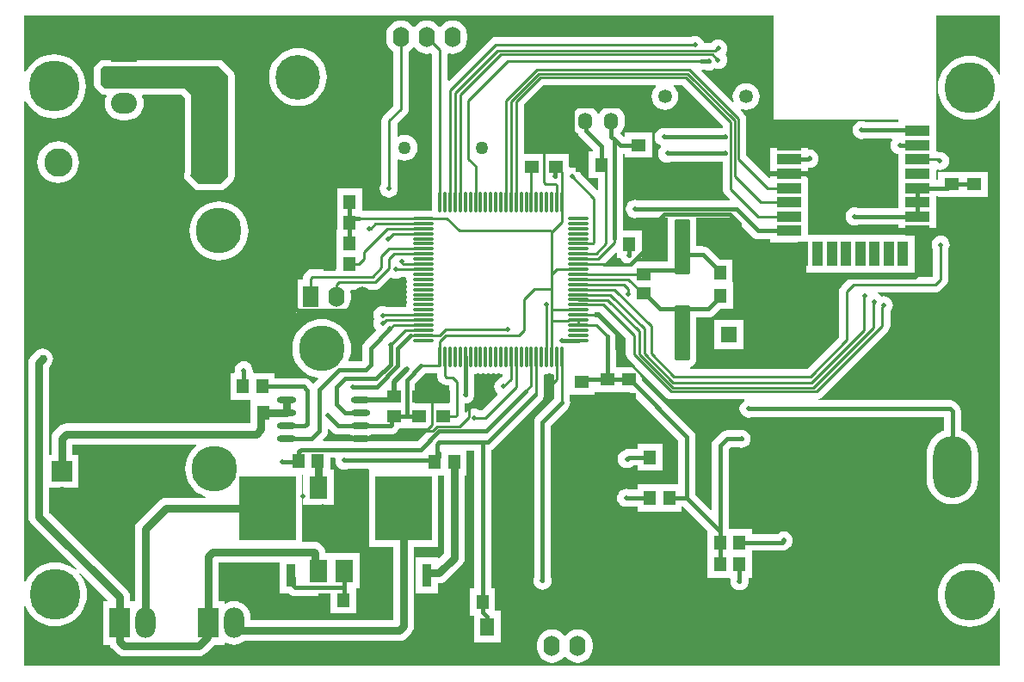
<source format=gbl>
G04*
G04 #@! TF.GenerationSoftware,Altium Limited,Altium Designer,20.2.6 (244)*
G04*
G04 Layer_Physical_Order=2*
G04 Layer_Color=16711680*
%FSTAX24Y24*%
%MOIN*%
G70*
G04*
G04 #@! TF.SameCoordinates,20AB1978-7CCD-4664-BF1E-2587ED644C09*
G04*
G04*
G04 #@! TF.FilePolarity,Positive*
G04*
G01*
G75*
%ADD12C,0.0100*%
%ADD25R,0.0551X0.0472*%
%ADD33R,0.0472X0.0551*%
%ADD81C,0.0150*%
%ADD82C,0.0200*%
%ADD83C,0.0300*%
%ADD84C,0.0531*%
%ADD85O,0.0551X0.0669*%
%ADD86R,0.0630X0.0630*%
%ADD87R,0.0787X0.1181*%
%ADD88O,0.0787X0.1181*%
%ADD89O,0.1500X0.2400*%
%ADD90R,0.1500X0.2400*%
%ADD91O,0.0630X0.0787*%
%ADD92R,0.0630X0.0787*%
%ADD93C,0.0787*%
%ADD94C,0.1102*%
%ADD95R,0.1000X0.0800*%
%ADD96O,0.1000X0.0800*%
%ADD97C,0.1732*%
%ADD98R,0.0787X0.0787*%
%ADD99C,0.0200*%
%ADD100C,0.0300*%
%ADD101C,0.0500*%
%ADD102C,0.1772*%
%ADD103C,0.1969*%
%ADD104O,0.0118X0.0827*%
%ADD105O,0.0827X0.0118*%
%ADD106R,0.0531X0.0709*%
%ADD107O,0.0748X0.0256*%
%ADD108R,0.0394X0.0965*%
%ADD109R,0.0965X0.0394*%
%ADD110R,0.2185X0.2480*%
%ADD111R,0.0354X0.0886*%
%ADD112R,0.0669X0.0866*%
G04:AMPARAMS|DCode=113|XSize=216.5mil|YSize=59.1mil|CornerRadius=7.4mil|HoleSize=0mil|Usage=FLASHONLY|Rotation=90.000|XOffset=0mil|YOffset=0mil|HoleType=Round|Shape=RoundedRectangle|*
%AMROUNDEDRECTD113*
21,1,0.2165,0.0443,0,0,90.0*
21,1,0.2018,0.0591,0,0,90.0*
1,1,0.0148,0.0221,0.1009*
1,1,0.0148,0.0221,-0.1009*
1,1,0.0148,-0.0221,-0.1009*
1,1,0.0148,-0.0221,0.1009*
%
%ADD113ROUNDEDRECTD113*%
G36*
X027877Y021305D02*
Y021216D01*
X027857Y021208D01*
X02564D01*
X0256Y021213D01*
X025509Y021201D01*
X025423Y021166D01*
X02535Y02111D01*
X025294Y021037D01*
X025259Y020951D01*
X025247Y02086D01*
X025259Y020769D01*
X025294Y020683D01*
X02535Y02061D01*
X025423Y020554D01*
X025479Y020531D01*
X025486Y020474D01*
X02548Y02047D01*
X025424Y020397D01*
X025389Y020311D01*
X025377Y02022D01*
X025389Y020129D01*
X025424Y020043D01*
X02548Y01997D01*
X025553Y019914D01*
X025639Y019879D01*
X02573Y019867D01*
X025821Y019879D01*
X025853Y019892D01*
X027857D01*
X027877Y019884D01*
Y01884D01*
X027888Y018762D01*
X027918Y018689D01*
X027966Y018626D01*
X028148Y018444D01*
X028129Y018398D01*
X024593D01*
X024561Y018411D01*
X02447Y018423D01*
X024379Y018411D01*
X024293Y018376D01*
X02422Y01832D01*
X024164Y018247D01*
X024129Y018161D01*
X024117Y01807D01*
X024129Y017979D01*
X024164Y017893D01*
X02422Y01782D01*
X024293Y017764D01*
X024379Y017729D01*
X02447Y017717D01*
X024561Y017729D01*
X024593Y017742D01*
X025732D01*
X025755Y017708D01*
X025758Y017692D01*
X025747Y017613D01*
Y016035D01*
X024967D01*
X024946Y016032D01*
X024571D01*
X024549Y016077D01*
X024563Y016096D01*
X024597Y016176D01*
X024744D01*
Y017227D01*
X024008D01*
Y020212D01*
X024084D01*
Y020054D01*
X025136D01*
Y021026D01*
X024084D01*
Y020871D01*
X024034Y020869D01*
X023927Y020977D01*
X023923Y021037D01*
X023935Y021046D01*
X024019Y021156D01*
X024072Y021284D01*
X02409Y021421D01*
Y021539D01*
X024072Y021676D01*
X024019Y021804D01*
X023935Y021914D01*
X023825Y021998D01*
X023697Y022051D01*
X02356Y022069D01*
X023423Y022051D01*
X023295Y021998D01*
X023185Y021914D01*
X023101Y021804D01*
X023085Y021766D01*
X023035D01*
X023019Y021804D01*
X022935Y021914D01*
X022825Y021998D01*
X022697Y022051D01*
X02256Y022069D01*
X022423Y022051D01*
X022295Y021998D01*
X022185Y021914D01*
X022101Y021804D01*
X022048Y021676D01*
X02203Y021539D01*
Y021421D01*
X022048Y021284D01*
X022101Y021156D01*
X022185Y021046D01*
X022264Y020986D01*
X02229Y020922D01*
X022342Y020854D01*
X022834Y020362D01*
Y020304D01*
X022676D01*
Y019253D01*
X023057D01*
Y018806D01*
X023011Y018787D01*
X022382Y019416D01*
X022381Y019421D01*
X022346Y019507D01*
X02229Y01958D01*
X022217Y019636D01*
X022131Y019671D01*
X02204Y019683D01*
X021974Y019674D01*
X021924Y01971D01*
Y020194D01*
X020873D01*
Y02019D01*
X020173D01*
Y022105D01*
X020926Y022857D01*
X025275D01*
X025292Y02281D01*
X025263Y022788D01*
X02518Y02268D01*
X025128Y022555D01*
X02511Y02242D01*
X025128Y022285D01*
X02518Y02216D01*
X025263Y022052D01*
X02537Y021969D01*
X025496Y021918D01*
X02563Y0219D01*
X025765Y021918D01*
X025891Y021969D01*
X025998Y022052D01*
X026081Y02216D01*
X026133Y022285D01*
X026151Y02242D01*
X026133Y022555D01*
X026081Y02268D01*
X025998Y022788D01*
X025969Y02281D01*
X025985Y022857D01*
X026325D01*
X027877Y021305D01*
D02*
G37*
G36*
X038618Y023282D02*
X038568Y023272D01*
X038543Y023332D01*
X038442Y023498D01*
X038315Y023645D01*
X038168Y023772D01*
X038002Y023873D01*
X037823Y023947D01*
X037634Y023993D01*
X03744Y024008D01*
X037246Y023993D01*
X037057Y023947D01*
X036878Y023873D01*
X036712Y023772D01*
X036565Y023645D01*
X036438Y023498D01*
X036337Y023332D01*
X036263Y023153D01*
X036217Y022964D01*
X036202Y02277D01*
X036217Y022576D01*
X036263Y022387D01*
X036337Y022208D01*
X036438Y022042D01*
X036565Y021895D01*
X036712Y021768D01*
X036878Y021667D01*
X037057Y021593D01*
X037246Y021547D01*
X03744Y021532D01*
X037634Y021547D01*
X037823Y021593D01*
X038002Y021667D01*
X038168Y021768D01*
X038315Y021895D01*
X038442Y022042D01*
X038543Y022208D01*
X038568Y022268D01*
X038618Y022258D01*
Y003622D01*
X038568Y003612D01*
X038543Y003672D01*
X038442Y003838D01*
X038315Y003985D01*
X038168Y004112D01*
X038002Y004213D01*
X037823Y004287D01*
X037634Y004333D01*
X03744Y004348D01*
X037246Y004333D01*
X037057Y004287D01*
X036878Y004213D01*
X036712Y004112D01*
X036565Y003985D01*
X036438Y003838D01*
X036337Y003672D01*
X036263Y003493D01*
X036217Y003304D01*
X036202Y00311D01*
X036217Y002916D01*
X036263Y002727D01*
X036337Y002548D01*
X036438Y002382D01*
X036565Y002235D01*
X036712Y002108D01*
X036878Y002007D01*
X037057Y001933D01*
X037246Y001887D01*
X03744Y001872D01*
X037634Y001887D01*
X037823Y001933D01*
X038002Y002007D01*
X038168Y002108D01*
X038315Y002235D01*
X038442Y002382D01*
X038543Y002548D01*
X038568Y002608D01*
X038618Y002598D01*
Y000364D01*
X000823D01*
Y002651D01*
X000873Y002661D01*
X000907Y002578D01*
X001008Y002412D01*
X001135Y002265D01*
X001282Y002138D01*
X001448Y002037D01*
X001627Y001963D01*
X001816Y001917D01*
X00201Y001902D01*
X002204Y001917D01*
X002393Y001963D01*
X002572Y002037D01*
X002738Y002138D01*
X002885Y002265D01*
X003012Y002412D01*
X003113Y002578D01*
X003187Y002757D01*
X003233Y002946D01*
X003248Y00314D01*
X003233Y003334D01*
X003187Y003523D01*
X003113Y003702D01*
X003012Y003868D01*
X002957Y003932D01*
X002993Y003966D01*
X004053Y002907D01*
X004034Y002861D01*
X003866D01*
Y001179D01*
X004133D01*
X004161Y001114D01*
X004225Y00103D01*
X0044Y000855D01*
X004484Y000791D01*
X004581Y00075D01*
X004686Y000737D01*
X004686Y000737D01*
X00758D01*
X00758Y000737D01*
X007684Y00075D01*
X007782Y000791D01*
X007865Y000855D01*
X00819Y001179D01*
X008584D01*
Y001235D01*
X008627Y001261D01*
X008692Y001226D01*
X008814Y001189D01*
X00894Y001176D01*
X009066Y001189D01*
X009188Y001226D01*
X009299Y001285D01*
X00935Y001327D01*
X015334D01*
X015334Y001327D01*
X015439Y00134D01*
X015536Y001381D01*
X01562Y001445D01*
X015795Y00162D01*
X015859Y001704D01*
X0159Y001801D01*
X015913Y001906D01*
X015913Y001906D01*
Y004975D01*
X016853D01*
Y00774D01*
X017069D01*
Y004709D01*
X016881Y004522D01*
X016835Y004541D01*
Y00456D01*
X01598D01*
Y003174D01*
X016835D01*
Y003557D01*
X01689D01*
X01689Y003557D01*
X016994Y00357D01*
X017092Y003611D01*
X017175Y003675D01*
X017758Y004257D01*
X017758Y004257D01*
X017822Y004341D01*
X017862Y004438D01*
X017876Y004542D01*
Y00774D01*
X017959D01*
Y008702D01*
X018244D01*
Y003362D01*
X018086D01*
Y00231D01*
X018244D01*
Y001276D01*
X019275D01*
Y002484D01*
X019059D01*
Y003362D01*
X0189D01*
Y008728D01*
X018944Y008746D01*
X019012Y008798D01*
X020852Y010638D01*
X020904Y010706D01*
X020937Y010785D01*
X020939Y010802D01*
X02095Y01083D01*
X020961Y010908D01*
X020961Y010908D01*
Y011645D01*
X021011Y011687D01*
X021052Y011682D01*
X021132Y011692D01*
X02115Y0117D01*
X021168Y011692D01*
X021249Y011682D01*
X02129Y011687D01*
X02134Y011645D01*
Y010713D01*
X020658Y010032D01*
X020606Y009964D01*
X020573Y009885D01*
X020568Y009842D01*
X020562Y0098D01*
Y003787D01*
X020549Y003755D01*
X020537Y003664D01*
X020549Y003573D01*
X020584Y003487D01*
X02064Y003414D01*
X020713Y003358D01*
X020799Y003323D01*
X02089Y003311D01*
X020981Y003323D01*
X021067Y003358D01*
X02114Y003414D01*
X021196Y003487D01*
X021231Y003573D01*
X021243Y003664D01*
X021231Y003755D01*
X021218Y003787D01*
Y009664D01*
X021874Y01032D01*
X021926Y010388D01*
X021959Y010467D01*
X02197Y010552D01*
X021959Y010637D01*
X021945Y010671D01*
Y010876D01*
X022927D01*
Y010966D01*
X024293D01*
X026142Y009117D01*
Y0074D01*
X024571D01*
Y007202D01*
X024258D01*
X024226Y007215D01*
X024134Y007227D01*
X024043Y007215D01*
X023958Y00718D01*
X023885Y007124D01*
X023829Y00705D01*
X023793Y006965D01*
X023781Y006874D01*
X023793Y006783D01*
X023829Y006697D01*
X023885Y006624D01*
X023958Y006568D01*
X024043Y006533D01*
X024134Y006521D01*
X024226Y006533D01*
X024258Y006546D01*
X024571D01*
Y006348D01*
X026292D01*
Y006542D01*
X026342Y006544D01*
X027286Y005601D01*
Y004624D01*
X027288D01*
Y00378D01*
X028143D01*
X028161Y003762D01*
X02818Y00373D01*
X028169Y00365D01*
X028181Y003559D01*
X028217Y003473D01*
X028273Y0034D01*
X028346Y003344D01*
X028431Y003309D01*
X028522Y003297D01*
X028614Y003309D01*
X028699Y003344D01*
X028772Y0034D01*
X028828Y003473D01*
X028863Y003559D01*
X028875Y00365D01*
X028865Y00373D01*
X028883Y003762D01*
X028901Y00378D01*
X029009D01*
Y004822D01*
X030165D01*
X030208Y004828D01*
X03025Y004833D01*
X030329Y004866D01*
X030377Y004903D01*
X030417Y004919D01*
X03049Y004975D01*
X030546Y005048D01*
X030581Y005133D01*
X030593Y005225D01*
X030581Y005316D01*
X030546Y005401D01*
X03049Y005474D01*
X030417Y005531D01*
X030331Y005566D01*
X03024Y005578D01*
X030149Y005566D01*
X030063Y005531D01*
X029995Y005478D01*
X029006D01*
Y005676D01*
X0281D01*
Y008766D01*
X028166Y008832D01*
X028477D01*
X028509Y008819D01*
X0286Y008807D01*
X028691Y008819D01*
X028777Y008854D01*
X02885Y00891D01*
X028906Y008983D01*
X028941Y009069D01*
X028953Y00916D01*
X028941Y009251D01*
X028906Y009337D01*
X02885Y00941D01*
X028777Y009466D01*
X028691Y009501D01*
X0286Y009513D01*
X028509Y009501D01*
X028477Y009488D01*
X02803D01*
X027945Y009477D01*
X027866Y009444D01*
X027798Y009392D01*
X02754Y009134D01*
X027488Y009066D01*
X027455Y008987D01*
X02745Y008944D01*
X027444Y008902D01*
Y006435D01*
X027398Y006416D01*
X026798Y007016D01*
Y009128D01*
X026806Y009148D01*
X026817Y009233D01*
X026806Y009318D01*
X026774Y009397D01*
X026721Y009465D01*
X024757Y01143D01*
Y011625D01*
X024803Y011644D01*
X025663Y010783D01*
X025726Y010735D01*
X025799Y010705D01*
X025877Y010695D01*
X028715D01*
X028725Y010645D01*
X028703Y010636D01*
X02863Y01058D01*
X028574Y010507D01*
X028539Y010421D01*
X028527Y01033D01*
X028539Y010239D01*
X028574Y010153D01*
X02863Y01008D01*
X028703Y010024D01*
X028789Y009989D01*
X02888Y009977D01*
X028971Y009989D01*
X029003Y010002D01*
X036442D01*
Y009476D01*
X036385Y009458D01*
X036212Y009365D01*
X036059Y009241D01*
X035935Y009088D01*
X035842Y008915D01*
X035784Y008726D01*
X035765Y00853D01*
Y00763D01*
X035784Y007434D01*
X035842Y007245D01*
X035935Y007072D01*
X036059Y006919D01*
X036212Y006795D01*
X036385Y006702D01*
X036574Y006644D01*
X03677Y006625D01*
X036966Y006644D01*
X037155Y006702D01*
X037328Y006795D01*
X037481Y006919D01*
X037605Y007072D01*
X037698Y007245D01*
X037756Y007434D01*
X037775Y00763D01*
Y00853D01*
X037756Y008726D01*
X037698Y008915D01*
X037605Y009088D01*
X037481Y009241D01*
X037328Y009365D01*
X037155Y009458D01*
X037098Y009476D01*
Y010242D01*
X037092Y010285D01*
X037087Y010327D01*
X037054Y010406D01*
X037002Y010474D01*
X036914Y010562D01*
X036846Y010614D01*
X036767Y010647D01*
X036725Y010652D01*
X036682Y010658D01*
X031599D01*
X031589Y010705D01*
X031662Y010735D01*
X031724Y010783D01*
X034273Y013332D01*
X034273Y013332D01*
X034321Y013395D01*
X034351Y013468D01*
X034362Y013546D01*
Y014093D01*
X034416Y014163D01*
X034451Y014249D01*
X034463Y01434D01*
X034451Y014431D01*
X034416Y014517D01*
X03436Y01459D01*
X034287Y014646D01*
X034201Y014681D01*
X03411Y014693D01*
X03403Y014683D01*
X03401Y01471D01*
X033937Y014766D01*
X033884Y014787D01*
X033894Y014837D01*
X03611D01*
X036188Y014848D01*
X036261Y014878D01*
X036324Y014926D01*
X036534Y015136D01*
X036582Y015199D01*
X036612Y015272D01*
X036623Y01535D01*
Y016499D01*
X036626Y016503D01*
X036661Y016589D01*
X036673Y01668D01*
X036661Y016771D01*
X036626Y016857D01*
X03657Y01693D01*
X036497Y016986D01*
X036411Y017021D01*
X03632Y017033D01*
X036229Y017021D01*
X036143Y016986D01*
X03607Y01693D01*
X036014Y016857D01*
X035979Y016771D01*
X035967Y01668D01*
X035979Y016589D01*
X036014Y016503D01*
X036017Y016499D01*
Y015475D01*
X035985Y015443D01*
X03296D01*
X03296Y015443D01*
X032921Y015437D01*
X032882Y015432D01*
X032809Y015402D01*
X032746Y015354D01*
X032466Y015074D01*
X032418Y015011D01*
X032388Y014938D01*
X032377Y01486D01*
Y013115D01*
X031145Y011883D01*
X026602D01*
X026599Y011933D01*
X026602Y011933D01*
X02668Y011966D01*
X026748Y012017D01*
X0268Y012085D01*
X026832Y012164D01*
X026844Y012248D01*
Y013863D01*
X027309D01*
X027352Y013869D01*
X027394Y013874D01*
X027473Y013907D01*
X027541Y013959D01*
X027766Y014184D01*
X028275D01*
Y015235D01*
X028261D01*
Y016114D01*
X027752D01*
X027344Y016522D01*
X027276Y016574D01*
X027197Y016607D01*
X027155Y016612D01*
X027112Y016618D01*
X026844D01*
Y017613D01*
X026833Y017692D01*
X026836Y017708D01*
X026859Y017742D01*
X028274D01*
X029021Y016996D01*
X029088Y016944D01*
X029168Y016911D01*
X02921Y016905D01*
X029252Y0169D01*
X029711D01*
Y016781D01*
X031097D01*
Y015592D01*
X035298D01*
Y017056D01*
X031176D01*
Y017332D01*
Y017883D01*
Y018434D01*
Y019328D01*
X029711D01*
Y019275D01*
X029665Y019256D01*
X028783Y020138D01*
Y021554D01*
X028783Y021554D01*
X028772Y021633D01*
X028742Y021706D01*
X028694Y021768D01*
X028566Y021896D01*
X028594Y021939D01*
X028645Y021918D01*
X02878Y0219D01*
X028915Y021918D01*
X02904Y021969D01*
X029148Y022052D01*
X02923Y02216D01*
X029282Y022285D01*
X0293Y02242D01*
X029282Y022555D01*
X02923Y02268D01*
X029148Y022788D01*
X02904Y022871D01*
X028915Y022922D01*
X02878Y02294D01*
X028645Y022922D01*
X02852Y022871D01*
X028412Y022788D01*
X02833Y02268D01*
X028278Y022555D01*
X02826Y02242D01*
X028278Y022285D01*
X028299Y022234D01*
X028256Y022206D01*
X027043Y023419D01*
X027071Y023462D01*
X027227D01*
X027259Y023449D01*
X02735Y023437D01*
X027441Y023449D01*
X027527Y023484D01*
X027573Y02352D01*
X027599Y023509D01*
X02769Y023497D01*
X027781Y023509D01*
X027867Y023544D01*
X02794Y0236D01*
X027996Y023673D01*
X028031Y023759D01*
X028043Y02385D01*
X028031Y023941D01*
X027996Y024027D01*
X027967Y024063D01*
X028006Y024113D01*
X028041Y024199D01*
X028053Y02429D01*
X028041Y024381D01*
X028006Y024467D01*
X02795Y02454D01*
X027877Y024596D01*
X027791Y024631D01*
X0277Y024643D01*
X027609Y024631D01*
X027523Y024596D01*
X02745Y02454D01*
X02743Y024513D01*
X027142D01*
X027141Y024521D01*
X027106Y024607D01*
X02705Y02468D01*
X026977Y024736D01*
X026891Y024771D01*
X0268Y024783D01*
X026709Y024771D01*
X026623Y024736D01*
X026619Y024733D01*
X019083D01*
X019005Y024722D01*
X018932Y024692D01*
X018869Y024644D01*
X017267Y023041D01*
X01722Y02306D01*
Y024073D01*
X017244Y024089D01*
X01727Y0241D01*
X01741Y024081D01*
X017557Y024101D01*
X017695Y024158D01*
X017813Y024248D01*
X017903Y024366D01*
X01796Y024504D01*
X01798Y024651D01*
Y024809D01*
X01796Y024956D01*
X017903Y025094D01*
X017813Y025212D01*
X017695Y025302D01*
X017557Y025359D01*
X01741Y025379D01*
X017263Y025359D01*
X017125Y025302D01*
X017007Y025212D01*
X016942Y025126D01*
X016878D01*
X016813Y025212D01*
X016695Y025302D01*
X016557Y025359D01*
X01641Y025379D01*
X016263Y025359D01*
X016125Y025302D01*
X016007Y025212D01*
X015942Y025126D01*
X015878D01*
X015813Y025212D01*
X015695Y025302D01*
X015557Y025359D01*
X01541Y025379D01*
X015263Y025359D01*
X015125Y025302D01*
X015007Y025212D01*
X014917Y025094D01*
X01486Y024956D01*
X01484Y024809D01*
Y024651D01*
X01486Y024504D01*
X014917Y024366D01*
X015007Y024248D01*
X015107Y024171D01*
Y022069D01*
X014746Y021707D01*
X014698Y021645D01*
X014668Y021572D01*
X014657Y021493D01*
Y019067D01*
X014634Y019037D01*
X014599Y018951D01*
X014587Y01886D01*
X014599Y018769D01*
X014634Y018683D01*
X01469Y01861D01*
X014763Y018554D01*
X014849Y018519D01*
X01494Y018507D01*
X015031Y018519D01*
X015117Y018554D01*
X01519Y01861D01*
X015246Y018683D01*
X015281Y018769D01*
X015293Y01886D01*
X015281Y018951D01*
X015263Y018996D01*
Y019978D01*
X015313Y019999D01*
X015424Y019953D01*
X015555Y019936D01*
X015686Y019953D01*
X015807Y020003D01*
X015912Y020083D01*
X015992Y020188D01*
X016042Y020309D01*
X016059Y02044D01*
X016042Y020571D01*
X015992Y020692D01*
X015912Y020797D01*
X015807Y020877D01*
X015686Y020927D01*
X015555Y020944D01*
X015424Y020927D01*
X015313Y020881D01*
X015263Y020902D01*
Y021368D01*
X015624Y021729D01*
X015672Y021792D01*
X015702Y021865D01*
X015713Y021943D01*
Y024171D01*
X015813Y024248D01*
X015878Y024334D01*
X015942D01*
X016007Y024248D01*
X016125Y024158D01*
X016263Y024101D01*
X01641Y024081D01*
X016557Y024101D01*
X016569Y024106D01*
X016615Y024071D01*
Y018756D01*
X016606Y018686D01*
Y018014D01*
X015934D01*
X015864Y018005D01*
X013911D01*
X013908Y018006D01*
Y018864D01*
X012936D01*
Y017813D01*
Y017254D01*
X012926D01*
Y016456D01*
X012912D01*
Y015733D01*
X01197D01*
X011892Y015722D01*
X011819Y015692D01*
X011756Y015644D01*
X011686Y015574D01*
X011638Y015511D01*
X011608Y015438D01*
X011597Y01536D01*
Y015324D01*
X011335D01*
Y014036D01*
X012465D01*
Y014162D01*
X012515Y014185D01*
X012615Y014108D01*
X012753Y014051D01*
X0129Y014031D01*
X013047Y014051D01*
X013185Y014108D01*
X013303Y014198D01*
X013393Y014316D01*
X01345Y014454D01*
X01347Y014601D01*
Y014759D01*
X013454Y014877D01*
X013492Y014927D01*
X01441D01*
X014488Y014938D01*
X014561Y014968D01*
X014624Y015016D01*
X015027Y015419D01*
X015033Y015414D01*
X015119Y015379D01*
X01521Y015367D01*
X015301Y015379D01*
X015387Y015414D01*
X015415Y015436D01*
X015456Y015431D01*
X015456Y015431D01*
X015585D01*
X015627Y015381D01*
X015622Y01534D01*
X015632Y015259D01*
X01564Y015242D01*
X015632Y015224D01*
X015622Y015143D01*
X015632Y015062D01*
X01564Y015045D01*
X015632Y015027D01*
X015622Y014946D01*
X015632Y014866D01*
X01564Y014848D01*
X015632Y01483D01*
X015622Y014749D01*
X015632Y014669D01*
X01564Y014651D01*
X015632Y014633D01*
X015622Y014553D01*
X015632Y014472D01*
X01564Y014454D01*
X015632Y014436D01*
X015622Y014356D01*
X015627Y014315D01*
X015585Y014265D01*
X014855D01*
X014791Y014291D01*
X0147Y014303D01*
X014609Y014291D01*
X014523Y014256D01*
X01445Y0142D01*
X014394Y014127D01*
X014359Y014041D01*
X014347Y01395D01*
X014359Y013859D01*
X014387Y01379D01*
X014359Y013721D01*
X014347Y01363D01*
X014359Y013539D01*
X014394Y013453D01*
X01445Y01338D01*
X014452Y013356D01*
X013998Y012902D01*
X013946Y012834D01*
X013913Y012755D01*
X013908Y012712D01*
X013902Y01267D01*
Y012158D01*
X013406D01*
X013379Y012199D01*
X013424Y012308D01*
X013465Y012482D01*
X013479Y01266D01*
X013465Y012838D01*
X013424Y013012D01*
X013355Y013177D01*
X013262Y01333D01*
X013146Y013466D01*
X01301Y013582D01*
X012857Y013675D01*
X012692Y013744D01*
X012518Y013785D01*
X01234Y013799D01*
X012162Y013785D01*
X011988Y013744D01*
X011823Y013675D01*
X01167Y013582D01*
X011534Y013466D01*
X011418Y01333D01*
X011325Y013177D01*
X011256Y013012D01*
X011215Y012838D01*
X011201Y01266D01*
X011215Y012482D01*
X011256Y012308D01*
X011325Y012143D01*
X011418Y01199D01*
X011534Y011854D01*
X01167Y011738D01*
X011823Y011645D01*
X011988Y011576D01*
X012162Y011535D01*
X012185Y011533D01*
X012202Y011486D01*
X012018Y011302D01*
X011993Y0113D01*
X011876Y011418D01*
X011808Y01147D01*
X011729Y011503D01*
X011686Y011508D01*
X011644Y011514D01*
X010518D01*
Y011712D01*
X00971D01*
X009667Y011762D01*
X009673Y01181D01*
X009661Y011901D01*
X009626Y011987D01*
X00957Y01206D01*
X009497Y012116D01*
X009411Y012151D01*
X00932Y012163D01*
X009229Y012151D01*
X009143Y012116D01*
X00907Y01206D01*
X009014Y011987D01*
X008979Y011901D01*
X008967Y01181D01*
X008973Y011762D01*
X00893Y011712D01*
X008798D01*
Y01066D01*
X009576D01*
Y010119D01*
X009573Y010092D01*
X009573Y010092D01*
Y009753D01*
X002446D01*
X002341Y00974D01*
X002244Y009699D01*
X00216Y009635D01*
X00216Y009635D01*
X001985Y00946D01*
X001921Y009376D01*
X00188Y009279D01*
X001867Y009174D01*
X001867Y009174D01*
Y008544D01*
X001783D01*
Y011943D01*
X001816Y011975D01*
X001816Y011975D01*
X00188Y012059D01*
X00192Y012156D01*
X001934Y01226D01*
X00192Y012365D01*
X00188Y012462D01*
X001816Y012546D01*
X001732Y01261D01*
X001635Y01265D01*
X00153Y012664D01*
X001426Y01265D01*
X001329Y01261D01*
X001245Y012546D01*
X001245Y012546D01*
X001095Y012395D01*
X001031Y012312D01*
X00099Y012214D01*
X000977Y01211D01*
X000977Y01211D01*
Y00615D01*
X000977Y00615D01*
X00099Y006046D01*
X001031Y005948D01*
X001095Y005865D01*
X002836Y004123D01*
X002802Y004087D01*
X002738Y004142D01*
X002572Y004243D01*
X002393Y004317D01*
X002204Y004363D01*
X00201Y004378D01*
X001816Y004363D01*
X001627Y004317D01*
X001448Y004243D01*
X001282Y004142D01*
X001135Y004015D01*
X001008Y003868D01*
X000907Y003702D01*
X000873Y003619D01*
X000823Y003629D01*
Y022242D01*
X000873Y022249D01*
X000968Y022092D01*
X001095Y021945D01*
X001242Y021818D01*
X001408Y021717D01*
X001587Y021643D01*
X001776Y021597D01*
X00197Y021582D01*
X002164Y021597D01*
X002353Y021643D01*
X002532Y021717D01*
X002698Y021818D01*
X002845Y021945D01*
X002972Y022092D01*
X003073Y022258D01*
X003147Y022437D01*
X003193Y022626D01*
X003208Y02282D01*
X003193Y023014D01*
X003147Y023203D01*
X003073Y023382D01*
X002972Y023548D01*
X002845Y023695D01*
X002698Y023822D01*
X002532Y023923D01*
X002353Y023997D01*
X002164Y024043D01*
X00197Y024058D01*
X001776Y024043D01*
X001587Y023997D01*
X001408Y023923D01*
X001242Y023822D01*
X001095Y023695D01*
X000968Y023548D01*
X000873Y023391D01*
X000823Y023398D01*
Y02556D01*
X02985D01*
Y021533D01*
X034668D01*
Y021448D01*
X033396D01*
X033341Y021471D01*
X03325Y021483D01*
X033159Y021471D01*
X033073Y021436D01*
X033Y02138D01*
X032944Y021307D01*
X032909Y021221D01*
X032897Y02113D01*
X032909Y021039D01*
X032944Y020953D01*
X033Y02088D01*
X033073Y020824D01*
X033159Y020789D01*
X03325Y020777D01*
X033341Y020789D01*
X03335Y020793D01*
X034427D01*
X034452Y020743D01*
X034424Y020707D01*
X034389Y020621D01*
X034377Y02053D01*
X034389Y020439D01*
X034424Y020353D01*
X03448Y02028D01*
X034553Y020224D01*
X034639Y020189D01*
X034668Y020185D01*
Y019537D01*
Y018986D01*
Y018434D01*
Y018107D01*
X033113D01*
X033081Y01812D01*
X03299Y018132D01*
X032899Y01812D01*
X032813Y018085D01*
X03274Y018028D01*
X032684Y017955D01*
X032649Y01787D01*
X032637Y017779D01*
X032649Y017687D01*
X032684Y017602D01*
X03274Y017529D01*
X032813Y017473D01*
X032899Y017438D01*
X03299Y017426D01*
X033081Y017438D01*
X033113Y017451D01*
X034668D01*
Y017332D01*
X036132D01*
Y017883D01*
Y018434D01*
Y018553D01*
X036206D01*
Y018536D01*
X038137D01*
Y019509D01*
X036206D01*
Y019209D01*
X036132D01*
Y019571D01*
X036174Y019599D01*
X036199Y019589D01*
X03629Y019577D01*
X036381Y019589D01*
X036467Y019624D01*
X03654Y01968D01*
X036596Y019753D01*
X036631Y019839D01*
X036643Y01993D01*
X036631Y020021D01*
X036596Y020107D01*
X03654Y02018D01*
X036467Y020236D01*
X036381Y020271D01*
X03629Y020283D01*
X036259Y020279D01*
X036204Y020286D01*
X036132D01*
Y020639D01*
Y021533D01*
Y02556D01*
X038618D01*
Y023282D01*
D02*
G37*
G36*
X023772Y016358D02*
Y016176D01*
X023919D01*
X023952Y016096D01*
X024008Y016023D01*
X024081Y015967D01*
X024166Y015931D01*
X024258Y015919D01*
X02428Y015899D01*
Y015839D01*
X023247D01*
X02323Y015889D01*
X023261Y015913D01*
X023725Y016377D01*
X023772Y016358D01*
D02*
G37*
G36*
X024127Y01303D02*
Y012445D01*
X024138Y012366D01*
X024168Y012293D01*
X024216Y012231D01*
X024462Y011985D01*
X024443Y011939D01*
X023728D01*
Y01315D01*
X023717Y013235D01*
X023684Y013314D01*
X023632Y013382D01*
X023564Y013434D01*
X02353Y013448D01*
X023196Y013782D01*
X023133Y01383D01*
X02306Y013861D01*
X022982Y013871D01*
X022917D01*
X022896Y013921D01*
X022865Y013962D01*
X022896Y014003D01*
X022917Y014053D01*
X023105D01*
X024127Y01303D01*
D02*
G37*
G36*
X019002Y011692D02*
X019083Y011682D01*
X019164Y011692D01*
X019182Y0117D01*
X019199Y011692D01*
X01928Y011682D01*
X019318Y011687D01*
X019358Y011652D01*
X019359Y011597D01*
X019294Y011532D01*
X019289Y011531D01*
X019203Y011496D01*
X01913Y01144D01*
X019074Y011367D01*
X019039Y011281D01*
X019027Y01119D01*
X019039Y011099D01*
X019074Y011013D01*
X01913Y01094D01*
X019141Y010932D01*
X019144Y010882D01*
X018545Y010283D01*
X018411D01*
X018407Y010286D01*
X018321Y010321D01*
X01823Y010333D01*
X018139Y010321D01*
X018053Y010286D01*
X01798Y01023D01*
X017943Y01018D01*
X017893Y010197D01*
Y01052D01*
X0179Y010527D01*
X017991Y010539D01*
X018077Y010574D01*
X01815Y01063D01*
X018206Y010703D01*
X018241Y010789D01*
X018253Y01088D01*
X018241Y010971D01*
X018229Y011001D01*
Y011653D01*
X018266Y011686D01*
X018296Y011682D01*
X018376Y011692D01*
X018394Y0117D01*
X018412Y011692D01*
X018493Y011682D01*
X018573Y011692D01*
X018591Y0117D01*
X018609Y011692D01*
X018689Y011682D01*
X01877Y011692D01*
X018788Y0117D01*
X018806Y011692D01*
X018886Y011682D01*
X018967Y011692D01*
X018985Y0117D01*
X019002Y011692D01*
D02*
G37*
G36*
X016812Y011597D02*
X016822Y011519D01*
X016844Y011467D01*
X016853Y011446D01*
X016901Y011383D01*
X016948Y011336D01*
X01701Y011288D01*
X017032Y011279D01*
X017083Y011258D01*
X017162Y011247D01*
X017275D01*
X017287Y011235D01*
Y010526D01*
X016644D01*
Y01053D01*
X015958D01*
Y011304D01*
X016341Y011687D01*
X016812D01*
Y011597D01*
D02*
G37*
G36*
X012758Y009428D02*
X012826Y009376D01*
X012905Y009343D01*
X01299Y009332D01*
X013417D01*
X01342Y00933D01*
X013512Y009292D01*
X013611Y009279D01*
X014103D01*
X014202Y009292D01*
X014294Y00933D01*
X014297Y009332D01*
X01501D01*
X015052Y009338D01*
X015095Y009343D01*
X015174Y009376D01*
X015242Y009428D01*
X015272Y009458D01*
X015324Y009526D01*
X015336Y009555D01*
X015676D01*
Y009557D01*
X016443D01*
X016464Y009507D01*
X016034Y009078D01*
X012397D01*
X012378Y009124D01*
X012482Y009228D01*
X012534Y009296D01*
X012567Y009375D01*
X012572Y009418D01*
X012578Y00946D01*
Y009543D01*
X012624Y009562D01*
X012758Y009428D01*
D02*
G37*
G36*
X012874Y008372D02*
X012867Y00832D01*
X012879Y008229D01*
X012914Y008143D01*
X01297Y00807D01*
X013043Y008014D01*
X013129Y007979D01*
X01322Y007967D01*
X013311Y007979D01*
X013343Y007992D01*
X014135D01*
X014167Y007956D01*
Y004975D01*
X015107D01*
Y002133D01*
X009587D01*
Y002217D01*
X009574Y002343D01*
X009538Y002464D01*
X009478Y002576D01*
X009397Y002674D01*
X009299Y002755D01*
X009188Y002814D01*
X009066Y002851D01*
X00894Y002864D01*
X008814Y002851D01*
X008692Y002814D01*
X008627Y002779D01*
X008584Y002805D01*
Y002861D01*
X008343D01*
Y004377D01*
X0107D01*
Y003174D01*
X01107D01*
X011086Y003158D01*
X011154Y003106D01*
X011233Y003073D01*
X011275Y003068D01*
X011318Y003062D01*
X012692D01*
Y002384D01*
X013664D01*
Y003357D01*
X013795D01*
Y004723D01*
X012542D01*
X012494Y004724D01*
X01248Y004829D01*
X012439Y004926D01*
X012375Y005009D01*
X012375Y005009D01*
X01232Y005065D01*
X012236Y005129D01*
X012139Y00517D01*
X012034Y005183D01*
X012034Y005183D01*
X011573D01*
Y00778D01*
X011625D01*
Y006585D01*
X012795D01*
Y007951D01*
X012679D01*
Y008422D01*
X012832D01*
X012874Y008372D01*
D02*
G37*
G36*
X007491Y008897D02*
X007384Y008806D01*
X007268Y00867D01*
X007175Y008517D01*
X007106Y008352D01*
X007065Y008178D01*
X007051Y008D01*
X007065Y007822D01*
X007106Y007648D01*
X007175Y007483D01*
X007268Y00733D01*
X007384Y007194D01*
X00752Y007078D01*
X007673Y006985D01*
X007838Y006916D01*
X007825Y006869D01*
X006316D01*
X006211Y006855D01*
X006114Y006815D01*
X00603Y006751D01*
X00603Y006751D01*
X005225Y005945D01*
X005161Y005862D01*
X00512Y005764D01*
X005107Y00566D01*
X005107Y00566D01*
Y002861D01*
X004913D01*
Y00302D01*
X0049Y003124D01*
X004859Y003222D01*
X004795Y003305D01*
X004795Y003305D01*
X001783Y006317D01*
Y007256D01*
X002914D01*
Y008544D01*
X002673D01*
Y008947D01*
X007472D01*
X007491Y008897D01*
D02*
G37*
%LPC*%
G36*
X01142Y0243D02*
X011245Y024286D01*
X011074Y024245D01*
X010912Y024178D01*
X010762Y024086D01*
X010628Y023972D01*
X010514Y023838D01*
X010422Y023688D01*
X010355Y023526D01*
X010314Y023355D01*
X0103Y02318D01*
X010314Y023005D01*
X010355Y022834D01*
X010422Y022672D01*
X010514Y022522D01*
X010628Y022388D01*
X010762Y022274D01*
X010912Y022182D01*
X011074Y022115D01*
X011245Y022074D01*
X01142Y02206D01*
X011595Y022074D01*
X011766Y022115D01*
X011928Y022182D01*
X012078Y022274D01*
X012212Y022388D01*
X012326Y022522D01*
X012418Y022672D01*
X012485Y022834D01*
X012526Y023005D01*
X01254Y02318D01*
X012526Y023355D01*
X012485Y023526D01*
X012418Y023688D01*
X012326Y023838D01*
X012212Y023972D01*
X012078Y024086D01*
X011928Y024178D01*
X011766Y024245D01*
X011595Y024286D01*
X01142Y0243D01*
D02*
G37*
G36*
X031176Y02043D02*
X029711D01*
Y019537D01*
X031176D01*
Y019656D01*
X03119D01*
X031232Y019661D01*
X031275Y019667D01*
X031291Y019674D01*
X031331Y019679D01*
X031417Y019714D01*
X03149Y01977D01*
X031546Y019843D01*
X031581Y019929D01*
X031593Y02002D01*
X031581Y020111D01*
X031546Y020197D01*
X03149Y02027D01*
X031417Y020326D01*
X031331Y020361D01*
X03124Y020373D01*
X031213Y020369D01*
X031176Y020402D01*
Y02043D01*
D02*
G37*
G36*
X00213Y020685D02*
X001973Y02067D01*
X001822Y020624D01*
X001683Y020549D01*
X001561Y020449D01*
X001461Y020327D01*
X001386Y020188D01*
X00134Y020037D01*
X001325Y01988D01*
X00134Y019723D01*
X001386Y019572D01*
X001461Y019433D01*
X001561Y019311D01*
X001683Y019211D01*
X001822Y019136D01*
X001973Y01909D01*
X00213Y019075D01*
X002287Y01909D01*
X002438Y019136D01*
X002577Y019211D01*
X002699Y019311D01*
X002799Y019433D01*
X002874Y019572D01*
X00292Y019723D01*
X002935Y01988D01*
X00292Y020037D01*
X002874Y020188D01*
X002799Y020327D01*
X002699Y020449D01*
X002577Y020549D01*
X002438Y020624D01*
X002287Y02067D01*
X00213Y020685D01*
D02*
G37*
G36*
X00835Y023845D02*
X00388D01*
X003782Y023826D01*
X0037Y02377D01*
X0036Y02367D01*
X003544Y023588D01*
X003525Y02349D01*
Y0229D01*
X003544Y022802D01*
X0036Y02272D01*
X00376Y02256D01*
X003842Y022504D01*
X00394Y022485D01*
X003978D01*
X004004Y022442D01*
X003987Y02241D01*
X003949Y022287D01*
X003937Y02216D01*
X003949Y022033D01*
X003987Y02191D01*
X004047Y021797D01*
X004128Y021698D01*
X004227Y021617D01*
X00434Y021557D01*
X004463Y021519D01*
X00459Y021507D01*
X00479D01*
X004917Y021519D01*
X00504Y021557D01*
X005153Y021617D01*
X005252Y021698D01*
X005333Y021797D01*
X005393Y02191D01*
X005431Y022033D01*
X005443Y02216D01*
X005431Y022287D01*
X005393Y02241D01*
X005376Y022442D01*
X005402Y022485D01*
X006914D01*
X007035Y022364D01*
Y019508D01*
X007015Y019478D01*
X006995Y01938D01*
X007015Y019282D01*
X00707Y0192D01*
X00741Y01886D01*
X007492Y018805D01*
X00759Y018785D01*
X00842D01*
X008518Y018805D01*
X0086Y01886D01*
X0089Y01916D01*
X008955Y019242D01*
X008975Y01934D01*
Y02322D01*
X008955Y023318D01*
X0089Y0234D01*
X00853Y02377D01*
X008448Y023826D01*
X00835Y023845D01*
D02*
G37*
G36*
X00836Y018359D02*
X008182Y018345D01*
X008008Y018304D01*
X007843Y018235D01*
X00769Y018142D01*
X007554Y018026D01*
X007438Y01789D01*
X007345Y017737D01*
X007276Y017572D01*
X007235Y017398D01*
X007221Y01722D01*
X007235Y017042D01*
X007276Y016868D01*
X007345Y016703D01*
X007438Y01655D01*
X007554Y016414D01*
X00769Y016298D01*
X007843Y016205D01*
X008008Y016136D01*
X008182Y016095D01*
X00836Y016081D01*
X008538Y016095D01*
X008712Y016136D01*
X008877Y016205D01*
X00903Y016298D01*
X009166Y016414D01*
X009282Y01655D01*
X009375Y016703D01*
X009444Y016868D01*
X009485Y017042D01*
X009499Y01722D01*
X009485Y017398D01*
X009444Y017572D01*
X009375Y017737D01*
X009282Y01789D01*
X009166Y018026D01*
X00903Y018142D01*
X008877Y018235D01*
X008712Y018304D01*
X008538Y018345D01*
X00836Y018359D01*
D02*
G37*
G36*
X028665Y013755D02*
X027535D01*
Y012625D01*
X028665D01*
Y013755D01*
D02*
G37*
G36*
X025546Y008976D02*
X024574D01*
Y008778D01*
X024241D01*
X024156Y008767D01*
X024077Y008734D01*
X024029Y008696D01*
X023989Y00868D01*
X023916Y008624D01*
X02386Y008551D01*
X023825Y008466D01*
X023813Y008374D01*
X023825Y008283D01*
X02386Y008198D01*
X023916Y008125D01*
X023989Y008069D01*
X024074Y008033D01*
X024166Y008021D01*
X024257Y008033D01*
X024342Y008069D01*
X024412Y008122D01*
X024574D01*
Y007924D01*
X025546D01*
Y008976D01*
D02*
G37*
G36*
X02226Y001779D02*
X022113Y001759D01*
X021975Y001702D01*
X021857Y001612D01*
X021792Y001526D01*
X021728D01*
X021663Y001612D01*
X021545Y001702D01*
X021407Y001759D01*
X02126Y001779D01*
X021113Y001759D01*
X020975Y001702D01*
X020857Y001612D01*
X020767Y001494D01*
X02071Y001356D01*
X02069Y001209D01*
Y001051D01*
X02071Y000904D01*
X020767Y000766D01*
X020857Y000648D01*
X020975Y000558D01*
X021113Y000501D01*
X02126Y000481D01*
X021407Y000501D01*
X021545Y000558D01*
X021663Y000648D01*
X021728Y000734D01*
X021792D01*
X021857Y000648D01*
X021975Y000558D01*
X022113Y000501D01*
X02226Y000481D01*
X022407Y000501D01*
X022545Y000558D01*
X022663Y000648D01*
X022753Y000766D01*
X02281Y000904D01*
X02283Y001051D01*
Y001209D01*
X02281Y001356D01*
X022753Y001494D01*
X022663Y001612D01*
X022545Y001702D01*
X022407Y001759D01*
X02226Y001779D01*
D02*
G37*
%LPD*%
G36*
X00872Y02322D02*
Y01934D01*
X00842Y01904D01*
X00759D01*
X00725Y01938D01*
X00729Y01942D01*
Y02247D01*
X007Y02276D01*
X00698Y02274D01*
X00394D01*
X00378Y0229D01*
Y02349D01*
X00388Y02359D01*
X00835D01*
X00872Y02322D01*
D02*
G37*
D12*
X022272Y015931D02*
X024321D01*
X0236Y01599D02*
X023627D01*
X023677Y01604D01*
X02368D01*
X02369Y01605D02*
X02372D01*
X02368Y01604D02*
X02369Y01605D01*
X02373Y01264D02*
X02486Y01151D01*
Y01148D02*
Y01151D01*
Y01148D02*
X02543Y01091D01*
X02373Y01264D02*
Y01324D01*
X016391Y00946D02*
X016633D01*
X01662Y010791D02*
X017027D01*
X016119D02*
X01662D01*
Y01094D01*
Y009689D02*
Y010791D01*
X016391Y00946D02*
X01662Y009689D01*
X017665Y009645D02*
X01803Y01001D01*
Y01033D01*
X01843Y01073D01*
X016633Y00946D02*
X016818Y009645D01*
X017665D01*
X02125Y014159D02*
X022272D01*
X021249Y01416D02*
X02125Y014159D01*
X016288Y017702D02*
X017188D01*
X013792D02*
X016288D01*
X021249Y013738D02*
X021254Y013744D01*
X021913Y013765D02*
X022272D01*
X021249Y013738D02*
Y01416D01*
Y012348D02*
Y013738D01*
X021892Y013744D02*
X021913Y013765D01*
X021254Y013744D02*
X021892D01*
X021249Y01416D02*
Y01498D01*
X022272Y013962D02*
X023008D01*
X02373Y01324D01*
X02116Y0112D02*
X02117D01*
X021445Y011475D01*
Y012348D01*
X01423Y01731D02*
X014425Y017505D01*
X01417Y01731D02*
X01423D01*
X014425Y017505D02*
X016288D01*
X01398Y01612D02*
Y01641D01*
X014878Y017308D02*
X016288D01*
X01398Y01641D02*
X014878Y017308D01*
X015102Y017112D02*
X016288D01*
X0149Y01691D02*
X015102Y017112D01*
X020999Y01905D02*
X021387D01*
X02094Y019109D02*
X020999Y01905D01*
X02094Y019109D02*
Y020442D01*
X02095Y020452D01*
X021445Y018332D02*
Y018991D01*
X021387Y01905D02*
X021445Y018991D01*
X02934Y01833D02*
X030443D01*
X02833Y01934D02*
Y021492D01*
Y01934D02*
X02934Y01833D01*
X021249Y01498D02*
Y015548D01*
X02017Y01456D02*
X02059Y01498D01*
X021249D01*
X02017Y01336D02*
Y01456D01*
X017145Y013165D02*
X019975D01*
X02017Y01336D01*
X016918Y012938D02*
X017145Y013165D01*
X016918Y012348D02*
Y012938D01*
X016905Y013175D02*
X017138Y013407D01*
X019553D01*
X015791Y013175D02*
X016905D01*
X022272Y015537D02*
X024797D01*
X024224Y01534D02*
X024767Y014798D01*
X022272Y01534D02*
X024224D01*
X024797Y015537D02*
X024806Y015546D01*
X01767Y01722D02*
X021207D01*
X021249Y017178D01*
X017188Y017702D02*
X01767Y01722D01*
X021249Y015548D02*
Y017178D01*
X021642Y017572D02*
Y018332D01*
X021249Y017178D02*
X021642Y017572D01*
X021434Y015734D02*
X022272D01*
X021249Y015548D02*
X021434Y015734D01*
X023521Y014749D02*
X02483Y01344D01*
X022272Y014749D02*
X023521D01*
X02341Y01455D02*
X02464Y01332D01*
X022272Y014553D02*
X022275Y01455D01*
X02341D01*
X022272Y014356D02*
X02323D01*
X02443Y013156D01*
Y012445D02*
X025877Y010997D01*
X02443Y012445D02*
Y013156D01*
X02464Y012447D02*
X025939Y011147D01*
X02464Y012447D02*
Y01332D01*
X02483Y012469D02*
X025955Y011344D01*
X02483Y012469D02*
Y01344D01*
X023684Y014946D02*
X0251Y01353D01*
Y012471D02*
X025991Y01158D01*
X0251Y012471D02*
Y01353D01*
X022272Y014946D02*
X023684D01*
X02103Y01237D02*
Y01436D01*
Y01237D02*
X021052Y012348D01*
X01967Y01148D02*
Y012344D01*
X01938Y01119D02*
X01967Y01148D01*
Y012344D02*
X019674Y012348D01*
X01559Y01337D02*
X016286D01*
X01501Y01279D02*
X01559Y01337D01*
X01823Y00998D02*
X01867D01*
X019871Y011181D02*
Y012348D01*
X01867Y00998D02*
X019871Y011181D01*
X02421Y01478D02*
Y01497D01*
X0129Y01513D02*
X013Y01523D01*
X01441D02*
X01494Y01576D01*
X013Y01523D02*
X01441D01*
X01498Y01342D02*
X01498D01*
X036258Y01993D02*
X03629D01*
X036204Y019984D02*
X036258Y01993D01*
X0354Y019984D02*
X036204D01*
X01494Y01576D02*
Y016133D01*
X02024Y01101D02*
Y01101D01*
X026296Y015626D02*
Y015967D01*
X024767Y014798D02*
X024806D01*
X020461Y019681D02*
X020484Y019704D01*
X021399Y019708D02*
X021438D01*
X021642Y019504D01*
X02368Y01676D02*
Y01693D01*
X0174Y01155D02*
X01759Y01136D01*
X017162Y01155D02*
X0174D01*
X017115Y011597D02*
X017162Y01155D01*
X01759Y01009D02*
Y01136D01*
X01754Y01004D02*
X01759Y01009D01*
X01703Y01004D02*
X01754D01*
X02062Y01087D02*
X020658Y010908D01*
X013398Y01593D02*
X01379D01*
X01398Y01612D01*
X0119Y01536D02*
X01197Y01543D01*
X0119Y01468D02*
Y01536D01*
X01197Y01543D02*
X0143D01*
X01466Y01579D02*
Y01625D01*
X0143Y01543D02*
X01466Y01579D01*
Y01625D02*
X014931Y016521D01*
X016288D01*
X0129Y01468D02*
Y01513D01*
X01494Y016133D02*
X015131Y016324D01*
X016288D01*
X017027Y010791D02*
X01703Y010788D01*
X016287Y013569D02*
X016288Y013568D01*
X022272D02*
X022982D01*
X0234Y01315D01*
X033709Y013474D02*
Y014382D01*
X025877Y010997D02*
X03151D01*
X03411Y014313D02*
Y01434D01*
X025955Y011344D02*
X0313D01*
X033329Y014632D02*
X03338Y014683D01*
X03376Y014433D02*
Y01446D01*
X031382Y011147D02*
X033709Y013474D01*
Y014382D02*
X03376Y014433D01*
X033329Y013373D02*
Y014632D01*
X03338Y014683D02*
Y01471D01*
X034059Y013546D02*
Y014262D01*
X0313Y011344D02*
X033329Y013373D01*
X034059Y014262D02*
X03411Y014313D01*
X025939Y011147D02*
X031382D01*
X03151Y010997D02*
X034059Y013546D01*
X0147Y01395D02*
X014712Y013962D01*
X016288D01*
X015129Y013569D02*
X016287D01*
X01498Y01342D02*
X015129Y013569D01*
X016286Y01337D02*
X016288Y013371D01*
X014835Y013765D02*
X016288D01*
X0147Y01363D02*
X014835Y013765D01*
X01496Y01886D02*
Y021493D01*
X01541Y021943D02*
Y02473D01*
X01496Y021493D02*
X01541Y021943D01*
X016918Y018332D02*
Y024222D01*
X01641Y02473D02*
X016918Y024222D01*
X029612Y018881D02*
X030443D01*
X02848Y020013D02*
X029612Y018881D01*
X02848Y020013D02*
Y021554D01*
X026574Y02346D02*
X02848Y021554D01*
X020676Y02346D02*
X026574D01*
X019477Y022261D02*
X020676Y02346D01*
X026512Y02331D02*
X02833Y021492D01*
X020738Y02331D02*
X026512D01*
X019674Y022245D02*
X020738Y02331D01*
X02204Y01933D02*
X022894Y018476D01*
Y016777D02*
Y018476D01*
X022836Y016718D02*
X022894Y016777D01*
X022272Y016718D02*
X022836D01*
X027593Y02421D02*
X027673Y02429D01*
X017508Y018332D02*
Y022577D01*
X019142Y02421D01*
X027593D01*
X019083Y02443D02*
X0268D01*
X017312Y018332D02*
Y022658D01*
X019083Y02443D01*
X017705Y018332D02*
Y022495D01*
X027673Y02429D02*
X0277D01*
X017705Y022495D02*
X01927Y02406D01*
X02748D01*
X02769Y02385D01*
X02645Y02316D02*
X02818Y02143D01*
Y01884D02*
X029241Y017779D01*
X02818Y01884D02*
Y02143D01*
X015456Y015734D02*
X016288D01*
X015449Y015739D02*
X01545Y01574D01*
X015229Y015739D02*
X015449D01*
X01545Y01574D02*
X015456Y015734D01*
X01521Y01572D02*
X015229Y015739D01*
X01543Y016003D02*
X01549Y015943D01*
X01543Y016003D02*
Y01603D01*
X015491Y015931D02*
X016288D01*
X01549Y01593D02*
Y015943D01*
X03632Y01535D02*
Y01668D01*
X03611Y01514D02*
X03632Y01535D01*
X03296Y01514D02*
X03611D01*
X03268Y01486D02*
X03296Y01514D01*
X03268Y01299D02*
Y01486D01*
X03127Y01158D02*
X03268Y01299D01*
X025991Y01158D02*
X03127D01*
X024037Y015143D02*
X02421Y01497D01*
X022272Y015143D02*
X024037D01*
X018296Y018332D02*
Y019724D01*
X01802Y02D02*
Y02228D01*
Y02D02*
X018296Y019724D01*
X01802Y02228D02*
X01953Y02379D01*
X02706D01*
X020801Y02316D02*
X02645D01*
X029241Y017779D02*
X030443D01*
X019871Y018332D02*
Y02223D01*
X019477Y018332D02*
Y022261D01*
X019674Y018332D02*
Y022245D01*
X019871Y02223D02*
X020801Y02316D01*
X02024Y01101D02*
X020461Y011231D01*
Y012348D01*
X021642Y010552D02*
Y012348D01*
Y018332D02*
Y019504D01*
X01618Y01199D02*
X016918D01*
Y012348D01*
X022272Y013568D02*
Y013765D01*
X023047Y016127D02*
X02368Y01676D01*
X022272Y016127D02*
X023047D01*
X022272Y016324D02*
X022964D01*
X02336Y01672D01*
X023162Y019739D02*
X02336Y019542D01*
Y01672D02*
Y019542D01*
X020461Y018332D02*
Y019681D01*
X020658Y010908D02*
Y012348D01*
X017115Y011597D02*
Y012348D01*
D25*
X022401Y011362D02*
D03*
Y010614D02*
D03*
X01515Y010789D02*
D03*
Y010041D02*
D03*
X016119Y010043D02*
D03*
Y010791D02*
D03*
X037611Y019022D02*
D03*
Y018274D02*
D03*
X036731Y019022D02*
D03*
Y018274D02*
D03*
X02461Y021288D02*
D03*
Y02054D02*
D03*
X021399Y020456D02*
D03*
Y019708D02*
D03*
X024806Y015546D02*
D03*
Y014798D02*
D03*
X02342Y010704D02*
D03*
Y011452D02*
D03*
X024231Y010704D02*
D03*
Y011452D02*
D03*
X020484Y020452D02*
D03*
Y019704D02*
D03*
X01703Y010788D02*
D03*
Y01004D02*
D03*
D33*
X012192Y008306D02*
D03*
X011444D02*
D03*
X01243Y00291D02*
D03*
X013178D02*
D03*
X017472Y008266D02*
D03*
X016724D02*
D03*
X017824Y002836D02*
D03*
X018572D02*
D03*
X009284Y011186D02*
D03*
X010032D02*
D03*
X009314Y010179D02*
D03*
X010062D02*
D03*
X025058Y006874D02*
D03*
X025806D02*
D03*
X025808Y00845D02*
D03*
X02506D02*
D03*
X027774Y004306D02*
D03*
X028522D02*
D03*
X027772Y00515D02*
D03*
X02852D02*
D03*
X022414Y019779D02*
D03*
X023162D02*
D03*
X025006Y016701D02*
D03*
X024258D02*
D03*
X028537Y01471D02*
D03*
X027789D02*
D03*
X028522Y015589D02*
D03*
X027774D02*
D03*
X012674Y017539D02*
D03*
X013422D02*
D03*
X012674Y018339D02*
D03*
X013422D02*
D03*
X012664Y016729D02*
D03*
X013412D02*
D03*
X01265Y01593D02*
D03*
X013398D02*
D03*
D81*
X02461Y021288D02*
Y021963D01*
X02203Y020456D02*
Y021963D01*
X022118Y022051D01*
X024522D01*
X02461Y021963D01*
X02203Y020456D02*
X022414D01*
X021399D02*
X02203D01*
X03034Y01605D02*
X030993D01*
X028522Y016012D02*
Y017508D01*
X012662Y017632D02*
X012674Y01762D01*
X01236Y017934D02*
X012662Y017632D01*
X009332Y00372D02*
X010188D01*
X01336Y01414D02*
X0139Y01468D01*
X011398Y01414D02*
X01336D01*
X01131Y014228D02*
Y01548D01*
Y014228D02*
X011398Y01414D01*
X01131Y01548D02*
X01176Y01593D01*
X013422Y017539D02*
Y017539D01*
X013584Y0177D01*
X01379D01*
X013792Y017702D01*
X02095Y020452D02*
X02112D01*
X020484D02*
X02095D01*
X01322Y00832D02*
X016638D01*
X00338Y024072D02*
X003468Y02416D01*
X00338Y01913D02*
Y024072D01*
X00213Y01788D02*
X00338Y01913D01*
X003468Y02416D02*
X00469D01*
X00202Y01637D02*
Y01637D01*
X002815Y017165D02*
Y017565D01*
X00202Y01637D02*
X002815Y017165D01*
X024271Y011452D02*
X02649Y009233D01*
X02647Y00688D02*
X027772Y005578D01*
Y008902D01*
Y00515D02*
Y005578D01*
X02647Y006874D02*
Y009214D01*
X02342Y011452D02*
X024271D01*
X030443Y019432D02*
X031098D01*
X029678Y020535D02*
X030443D01*
X029678Y019432D02*
X030443D01*
X02959Y01952D02*
X029678Y019432D01*
X02959Y01952D02*
Y020447D01*
X029678Y020535D01*
X011318Y00339D02*
X01321D01*
Y00404D01*
Y002942D02*
Y00339D01*
X011128Y003867D02*
X01123Y003765D01*
Y003478D02*
Y003765D01*
Y003478D02*
X011318Y00339D01*
X01857Y00903D02*
X018572Y009028D01*
Y00903D02*
X01878D01*
X01767D02*
X018572D01*
Y002447D02*
Y009028D01*
X016887Y00903D02*
X01767D01*
X016799Y00864D02*
Y008942D01*
X016887Y00903D01*
X016799Y008341D02*
Y008434D01*
X016724D02*
X016853D01*
X016885Y008467D01*
X016724Y008341D02*
Y008434D01*
X016799D02*
Y00864D01*
X016724Y008266D02*
Y008341D01*
X016885Y008467D02*
Y008595D01*
X016724Y008266D02*
X016799Y008341D01*
X01259Y01006D02*
X01299Y00966D01*
X013857D01*
X02803Y00916D02*
X0286D01*
X027772Y008902D02*
X02803Y00916D01*
X024258Y016272D02*
Y016701D01*
X024321Y015931D02*
X024845Y016455D01*
Y01654D01*
X025006Y016701D01*
X0234Y011452D02*
Y01315D01*
X030443Y019984D02*
X03119D01*
X031226Y02002D01*
X03124D01*
X03677Y00808D02*
Y010242D01*
X036682Y01033D02*
X03677Y010242D01*
X02888Y01033D02*
X036682D01*
X017901Y012347D02*
X017902Y012348D01*
X017901Y010881D02*
Y012347D01*
X0179Y01088D02*
X017901Y010881D01*
X01529Y012673D02*
X015791Y013175D01*
X01529Y01199D02*
Y012673D01*
X009284Y011186D02*
X00932Y011222D01*
Y01181D01*
X01355Y01118D02*
X01448D01*
X01529Y01199D01*
X01501Y01205D02*
Y01279D01*
X01445Y01149D02*
X01501Y01205D01*
X01323Y01149D02*
X01445D01*
X01291Y01117D02*
X01323Y01149D01*
X01291Y01051D02*
Y01117D01*
X01326Y01016D02*
X013857D01*
X01291Y01051D02*
X01326Y01016D01*
X01423Y01267D02*
X01498Y01342D01*
X01423Y01202D02*
Y01267D01*
X022491Y011452D02*
X02342D01*
X015632Y010043D02*
X016119D01*
X01563Y01144D02*
X01618Y01199D01*
X01563Y010041D02*
Y01144D01*
X028522Y015589D02*
X030993D01*
X030993Y015589D02*
Y01605D01*
Y016324D01*
X030993Y015589D02*
X030993Y015589D01*
X03108Y01544D02*
X035312D01*
X0354Y015528D01*
Y017228D01*
X036642D01*
X016638Y00832D02*
X016708Y00825D01*
X02562Y02088D02*
X02798D01*
X0256Y02086D02*
X02562Y02088D01*
X02573Y02022D02*
X02798D01*
X02706Y02379D02*
X02735D01*
X025006Y016701D02*
Y01728D01*
X025596Y01787D01*
X02816D02*
X028522Y017508D01*
X025596Y01787D02*
X02816D01*
X028522Y015589D02*
Y016012D01*
X02856Y01605D01*
X030993Y015528D02*
X03108Y01544D01*
X02368Y01693D02*
Y02076D01*
X02368D02*
X0239Y02054D01*
X02356Y02088D02*
X02368Y02076D01*
X021379Y019319D02*
Y019688D01*
X021399Y019708D01*
X02115Y020456D02*
X021399D01*
X022414Y019779D02*
Y020456D01*
X02112D02*
X02115D01*
X02115Y020456D02*
Y021442D01*
X02115Y020456D02*
X02115Y020456D01*
X026075Y014191D02*
X026296Y013971D01*
X025442Y014191D02*
X026075D01*
X024835Y014798D02*
X025442Y014191D01*
X024806Y014798D02*
X024835D01*
X024806Y015546D02*
X024967Y015707D01*
X026075D01*
X026296Y015927D02*
Y015967D01*
X026075Y015707D02*
X026296Y015927D01*
X036731Y018274D02*
X037611D01*
X026296Y015967D02*
Y01652D01*
X027112Y01629D02*
X027774Y015628D01*
X026296Y016604D02*
X026337Y016562D01*
Y016469D02*
Y016562D01*
X026516Y01629D02*
X027112D01*
X026337Y016469D02*
X026516Y01629D01*
X027774Y015589D02*
Y015628D01*
X026296Y013257D02*
Y013971D01*
X026516Y014191D01*
X027309D01*
X027789Y01467D01*
Y01471D01*
X02089Y003664D02*
Y0098D01*
X021642Y010552D01*
X022401Y011362D02*
X022491Y011452D01*
X022401Y010614D02*
X022491Y010704D01*
X02342D01*
X024227Y0107D02*
X024231Y010704D01*
X023424Y0107D02*
X024227D01*
X02342Y010704D02*
X023424Y0107D01*
X025806Y006874D02*
X02647D01*
X01404Y01183D02*
X01423Y01202D01*
X01301Y01183D02*
X01404D01*
X01225Y00946D02*
Y01107D01*
X01301Y01183D01*
X01195Y00916D02*
X01225Y00946D01*
X010983Y00916D02*
X01195D01*
X031098Y019432D02*
X03127Y01926D01*
X012674Y017539D02*
Y01762D01*
X009332Y00372D02*
Y003867D01*
Y003178D02*
Y00372D01*
X00469Y02316D02*
X00768D01*
X00805Y02279D01*
Y0197D02*
Y02279D01*
X03299Y017779D02*
X0354D01*
X021628Y012978D02*
X022272D01*
X024134Y006874D02*
X025058D01*
X029252Y017228D02*
X030443D01*
X02841Y01807D02*
X029252Y017228D01*
X02447Y01807D02*
X02841D01*
X009332Y003178D02*
X0096Y00291D01*
X01243D01*
X024241Y00845D02*
X02506D01*
X024166Y008374D02*
X024241Y00845D01*
X02852Y00515D02*
X030165D01*
X03024Y005225D01*
X028522Y00365D02*
Y004306D01*
X017751Y00113D02*
X02026D01*
X017441Y00144D02*
X017751Y00113D01*
X017441Y00144D02*
Y00188D01*
X01321Y00672D02*
Y007268D01*
X01302Y00653D02*
X01321Y00672D01*
X01238Y00653D02*
X01302D01*
X01176Y01593D02*
X01265D01*
X017824Y002544D02*
Y002836D01*
X017441Y00216D02*
X017824Y002544D01*
X017441Y00188D02*
Y00216D01*
X028522Y015154D02*
Y015589D01*
Y015154D02*
X028537Y01514D01*
Y01471D02*
Y01514D01*
X018572Y002447D02*
X018759Y00226D01*
Y00188D02*
Y00226D01*
X013422Y01713D02*
Y017539D01*
X013412Y01712D02*
X013422Y01713D01*
X013412Y016729D02*
Y01712D01*
X013422Y017539D02*
Y018339D01*
X01563Y010041D02*
X015632Y010043D01*
X01515Y010041D02*
X01563D01*
X027772Y004722D02*
Y00515D01*
Y004722D02*
X027774Y00472D01*
Y004306D02*
Y00472D01*
X01515Y01003D02*
Y010041D01*
X035398Y020532D02*
X0354Y020535D01*
X034732Y020532D02*
X035398D01*
X03473Y02053D02*
X034732Y020532D01*
X035365Y02112D02*
X0354Y021086D01*
X03326Y02112D02*
X035365D01*
X03325Y02113D02*
X03326Y02112D01*
X030443Y020535D02*
Y021086D01*
X016708Y00825D02*
X016724Y008266D01*
X011418Y00828D02*
X011444Y008306D01*
X0108Y00828D02*
X011418D01*
X03673Y018273D02*
X036731Y018274D01*
X03673Y017315D02*
Y018273D01*
X036642Y017228D02*
X03673Y017315D01*
X036731Y019022D02*
X037611D01*
X0354Y018881D02*
X03659D01*
X036731Y019022D01*
X0354Y01833D02*
Y018881D01*
Y017779D02*
Y01833D01*
X02356Y02088D02*
Y02148D01*
X023162Y019779D02*
Y020498D01*
X02256Y02148D02*
X022574Y021466D01*
Y021086D02*
Y021466D01*
Y021086D02*
X023162Y020498D01*
Y019739D02*
Y019779D01*
X0239Y02054D02*
X02461D01*
X0187Y00947D02*
X02024Y01101D01*
X01689Y00947D02*
X0187D01*
X01617Y00875D02*
X01689Y00947D01*
X01878Y00903D02*
X02062Y01087D01*
X011444Y008306D02*
Y008662D01*
X011532Y00875D01*
X01617D01*
X014525Y00223D02*
X014612Y002318D01*
X01243D02*
Y00291D01*
X014612Y002318D02*
Y003867D01*
X012518Y00223D02*
X014525D01*
X01243Y002318D02*
X012518Y00223D01*
X013178Y00291D02*
X01321Y002942D01*
X01504Y00992D02*
X01515Y01003D01*
X01504Y00969D02*
Y00992D01*
X013857Y00966D02*
X01501D01*
X01504Y00969D01*
X010983Y00966D02*
X01169D01*
X01178Y00975D01*
Y01105D01*
X010032Y011186D02*
X011644D01*
X01178Y01105D01*
D82*
X01515Y01138D02*
X01565Y01188D01*
X01515Y010789D02*
Y01138D01*
X013857Y01066D02*
X013868Y010671D01*
X015032D01*
X01515Y010789D01*
D83*
X00138Y00615D02*
Y01211D01*
X00153Y01226D01*
X00138Y00615D02*
X00451Y00302D01*
X012662Y017632D02*
Y018327D01*
Y015942D02*
Y017632D01*
X009976Y009526D02*
Y010092D01*
X002446Y00935D02*
X0098D01*
X009976Y009526D01*
Y010092D02*
X010062Y010179D01*
X00227Y0079D02*
Y009174D01*
X002446Y00935D01*
X010157Y010273D02*
X01027Y01016D01*
X010983D01*
X012034Y00478D02*
X01209Y004724D01*
Y00416D02*
Y004724D01*
X008116Y00478D02*
X012034D01*
X01209Y00416D02*
X01221Y00404D01*
X00451Y00202D02*
Y00302D01*
X00794Y00202D02*
Y004604D01*
X008116Y00478D01*
X012192Y008306D02*
X012201Y008297D01*
Y007277D02*
Y008297D01*
Y007277D02*
X01221Y007268D01*
X00792Y002D02*
X00794Y00202D01*
X00758Y00114D02*
X00792Y00148D01*
Y002D01*
X00451Y001316D02*
Y00202D01*
Y001316D02*
X004686Y00114D01*
X00758D01*
X006316Y006466D02*
X01023D01*
X00551Y00566D02*
X006316Y006466D01*
X00551Y00202D02*
Y00566D01*
X016435Y00396D02*
X01689D01*
X016408Y003867D02*
Y003933D01*
X01689Y00396D02*
X017472Y004542D01*
X016408Y003933D02*
X016435Y00396D01*
X017472Y004542D02*
Y008266D01*
X01551Y001906D02*
Y006466D01*
X00894Y00202D02*
X008991D01*
X009281Y00173D01*
X015334D01*
X01551Y001906D01*
X010983Y01016D02*
Y01066D01*
X012662Y018327D02*
X012674Y018339D01*
X01265Y01593D02*
X012662Y015942D01*
D84*
X02563Y02242D02*
D03*
X02878D02*
D03*
D85*
X02256Y02148D02*
D03*
X02356D02*
D03*
D86*
X0281Y01319D02*
D03*
X01441Y02473D02*
D03*
D87*
X00451Y00202D02*
D03*
X00794D02*
D03*
D88*
X00551D02*
D03*
X00894D02*
D03*
D89*
X03677Y00808D02*
D03*
D90*
X03377D02*
D03*
D91*
X01541Y02473D02*
D03*
X01641D02*
D03*
X01741D02*
D03*
X0139Y01468D02*
D03*
X0129D02*
D03*
X02226Y00113D02*
D03*
X02126D02*
D03*
D92*
X02026D02*
D03*
X0119Y01468D02*
D03*
D93*
X00227Y0069D02*
D03*
D94*
X00213Y01788D02*
D03*
Y01988D02*
D03*
D95*
X00469Y02416D02*
D03*
D96*
Y02216D02*
D03*
Y02316D02*
D03*
D97*
X01142Y02318D02*
D03*
D98*
X00227Y0079D02*
D03*
D99*
X03825Y024D02*
D03*
Y021D02*
D03*
Y018D02*
D03*
X0375Y0165D02*
D03*
X03825Y015D02*
D03*
X0375Y0135D02*
D03*
X03825Y012D02*
D03*
X0375Y0105D02*
D03*
X03825Y009D02*
D03*
Y006D02*
D03*
X0375Y0045D02*
D03*
Y0015D02*
D03*
X03675Y024D02*
D03*
Y021D02*
D03*
Y015D02*
D03*
X036Y0135D02*
D03*
X03675Y006D02*
D03*
X036Y0045D02*
D03*
Y0015D02*
D03*
X0345Y0135D02*
D03*
X03525Y009D02*
D03*
Y006D02*
D03*
X0345Y0045D02*
D03*
X03375Y006D02*
D03*
X033Y0045D02*
D03*
X03225Y021D02*
D03*
Y018D02*
D03*
Y015D02*
D03*
X0315Y0135D02*
D03*
X03225Y009D02*
D03*
X0315Y0075D02*
D03*
X03225Y006D02*
D03*
X0315Y0045D02*
D03*
Y0015D02*
D03*
X03Y0135D02*
D03*
X03075Y012D02*
D03*
Y006D02*
D03*
Y003D02*
D03*
X03Y0015D02*
D03*
X02925Y024D02*
D03*
Y021D02*
D03*
X0285Y0075D02*
D03*
X02925Y003D02*
D03*
X0285Y0015D02*
D03*
X02775Y012D02*
D03*
X027Y0075D02*
D03*
Y0045D02*
D03*
X02775Y003D02*
D03*
X027Y0015D02*
D03*
X02625Y006D02*
D03*
X0255Y0045D02*
D03*
X02625Y003D02*
D03*
X0255Y0015D02*
D03*
X02475Y006D02*
D03*
X024Y0015D02*
D03*
X0225Y0225D02*
D03*
Y0075D02*
D03*
X021Y0225D02*
D03*
X02175Y009D02*
D03*
Y006D02*
D03*
X02025Y003D02*
D03*
X0195Y0015D02*
D03*
X018Y0075D02*
D03*
X0165Y0225D02*
D03*
Y0195D02*
D03*
X01725Y003D02*
D03*
X0165Y0015D02*
D03*
X015Y0225D02*
D03*
X01425Y024D02*
D03*
X0135Y0225D02*
D03*
Y0195D02*
D03*
Y0135D02*
D03*
X01425Y003D02*
D03*
X01275Y024D02*
D03*
Y021D02*
D03*
X012Y0195D02*
D03*
Y0165D02*
D03*
X01125Y021D02*
D03*
Y018D02*
D03*
X0105Y0165D02*
D03*
Y0135D02*
D03*
X01125Y012D02*
D03*
X00975Y024D02*
D03*
Y021D02*
D03*
Y018D02*
D03*
Y015D02*
D03*
Y012D02*
D03*
Y003D02*
D03*
X00825Y024D02*
D03*
X00675D02*
D03*
X006Y0135D02*
D03*
X00675Y012D02*
D03*
X0045Y0045D02*
D03*
X00375Y024D02*
D03*
Y015D02*
D03*
Y006D02*
D03*
Y003D02*
D03*
X003Y0015D02*
D03*
X00225Y015D02*
D03*
Y006D02*
D03*
X0015Y0045D02*
D03*
Y0015D02*
D03*
X0236Y01599D02*
D03*
X01843Y01073D02*
D03*
X02117Y0112D02*
D03*
X01417Y01731D02*
D03*
X0149Y01691D02*
D03*
X01322Y00832D02*
D03*
X0286Y00916D02*
D03*
X024258Y016272D02*
D03*
X03124Y02002D02*
D03*
X02888Y01033D02*
D03*
X02103Y01436D02*
D03*
X019553Y013407D02*
D03*
X0179Y01088D02*
D03*
X01938Y01119D02*
D03*
X00932Y01181D02*
D03*
X01355Y01118D02*
D03*
X01565Y01188D02*
D03*
X01501Y01279D02*
D03*
X01823Y00998D02*
D03*
X0242Y01478D02*
D03*
X01498Y01342D02*
D03*
X0147Y01363D02*
D03*
Y01395D02*
D03*
X01494Y01886D02*
D03*
X02769Y02385D02*
D03*
X02798Y02022D02*
D03*
X02856Y01605D02*
D03*
X02735Y02379D02*
D03*
X02798Y02088D02*
D03*
X0268Y02443D02*
D03*
X0277Y02429D02*
D03*
X0256Y02086D02*
D03*
X02573Y02022D02*
D03*
X02204Y01933D02*
D03*
X01521Y01572D02*
D03*
X01543Y01603D02*
D03*
X03629Y01993D02*
D03*
X03632Y01668D02*
D03*
X03338Y01471D02*
D03*
X03376Y01446D02*
D03*
X03411Y01434D02*
D03*
X021379Y019319D02*
D03*
X03127Y01926D02*
D03*
X002815Y017565D02*
D03*
X00202Y01637D02*
D03*
X01259Y01006D02*
D03*
X03299Y017779D02*
D03*
X021628Y012978D02*
D03*
X02089Y003664D02*
D03*
X024134Y006874D02*
D03*
X02447Y01807D02*
D03*
X024166Y008374D02*
D03*
X02115Y021442D02*
D03*
X0116Y006926D02*
D03*
X010188Y00372D02*
D03*
X03034Y01605D02*
D03*
X03024Y005225D02*
D03*
X028522Y00365D02*
D03*
X01238Y00653D02*
D03*
X01236Y017934D02*
D03*
X03473Y02053D02*
D03*
X03325Y02113D02*
D03*
X0108Y00828D02*
D03*
D100*
X00153Y01226D02*
D03*
X00805Y0197D02*
D03*
D101*
X015555Y02044D02*
D03*
X018549Y020442D02*
D03*
D102*
X00819Y008D02*
D03*
X01234Y01266D02*
D03*
X00836Y01722D02*
D03*
D103*
X00201Y00314D02*
D03*
X03744Y02277D02*
D03*
X00197Y02282D02*
D03*
X03744Y00311D02*
D03*
D104*
X019477Y018332D02*
D03*
X019674D02*
D03*
X021445Y012348D02*
D03*
Y018332D02*
D03*
X021642D02*
D03*
X021249D02*
D03*
X021052D02*
D03*
X020855D02*
D03*
X020658D02*
D03*
X020461D02*
D03*
X020264D02*
D03*
X020067D02*
D03*
X019871D02*
D03*
X01928D02*
D03*
X019083D02*
D03*
X018886D02*
D03*
X018689D02*
D03*
X018493D02*
D03*
X018296D02*
D03*
X018099D02*
D03*
X017902D02*
D03*
X017705D02*
D03*
X017508D02*
D03*
X017312D02*
D03*
X017115D02*
D03*
X016918D02*
D03*
Y012348D02*
D03*
X017115D02*
D03*
X017312D02*
D03*
X017508D02*
D03*
X017705D02*
D03*
X017902D02*
D03*
X018099D02*
D03*
X018296D02*
D03*
X018493D02*
D03*
X018689D02*
D03*
X018886D02*
D03*
X019083D02*
D03*
X01928D02*
D03*
X019477D02*
D03*
X019674D02*
D03*
X019871D02*
D03*
X020067D02*
D03*
X020264D02*
D03*
X020461D02*
D03*
X020658D02*
D03*
X020855D02*
D03*
X021052D02*
D03*
X021249D02*
D03*
X021642D02*
D03*
D105*
X022272Y015931D02*
D03*
X016288Y017505D02*
D03*
Y017702D02*
D03*
Y017308D02*
D03*
Y017112D02*
D03*
Y016915D02*
D03*
Y016718D02*
D03*
Y016521D02*
D03*
Y016324D02*
D03*
Y016127D02*
D03*
Y015931D02*
D03*
Y015734D02*
D03*
Y015537D02*
D03*
Y01534D02*
D03*
Y015143D02*
D03*
Y014946D02*
D03*
Y014749D02*
D03*
Y014553D02*
D03*
Y014356D02*
D03*
Y014159D02*
D03*
Y013962D02*
D03*
Y013765D02*
D03*
Y013568D02*
D03*
Y013371D02*
D03*
Y013175D02*
D03*
Y012978D02*
D03*
X022272D02*
D03*
Y013175D02*
D03*
Y013371D02*
D03*
Y013568D02*
D03*
Y013765D02*
D03*
Y013962D02*
D03*
Y014159D02*
D03*
Y014356D02*
D03*
Y014553D02*
D03*
Y014749D02*
D03*
Y014946D02*
D03*
Y015143D02*
D03*
Y01534D02*
D03*
Y015537D02*
D03*
Y015734D02*
D03*
Y016127D02*
D03*
Y016324D02*
D03*
Y016521D02*
D03*
Y016718D02*
D03*
Y016915D02*
D03*
Y017112D02*
D03*
Y017308D02*
D03*
Y017505D02*
D03*
Y017702D02*
D03*
D106*
X017441Y00188D02*
D03*
X018759D02*
D03*
D107*
X010983Y00916D02*
D03*
Y00966D02*
D03*
Y01016D02*
D03*
Y01066D02*
D03*
X013857Y00916D02*
D03*
Y00966D02*
D03*
Y01016D02*
D03*
Y01066D02*
D03*
D108*
X034851Y016324D02*
D03*
X0343D02*
D03*
X033748D02*
D03*
X033197D02*
D03*
X032646D02*
D03*
X032095D02*
D03*
X031544D02*
D03*
X030993D02*
D03*
D109*
X030443Y021086D02*
D03*
Y020535D02*
D03*
Y019984D02*
D03*
Y019432D02*
D03*
Y018881D02*
D03*
Y01833D02*
D03*
Y017779D02*
D03*
Y017228D02*
D03*
X0354D02*
D03*
Y017779D02*
D03*
Y01833D02*
D03*
Y018881D02*
D03*
Y019432D02*
D03*
Y019984D02*
D03*
Y020535D02*
D03*
Y021086D02*
D03*
D110*
X01023Y006466D02*
D03*
X01551D02*
D03*
D111*
X009332Y003867D02*
D03*
X011128D02*
D03*
X014612D02*
D03*
X016408D02*
D03*
D112*
X01221Y007268D02*
D03*
X01321D02*
D03*
Y00404D02*
D03*
X01221D02*
D03*
D113*
X026296Y016604D02*
D03*
Y013257D02*
D03*
M02*

</source>
